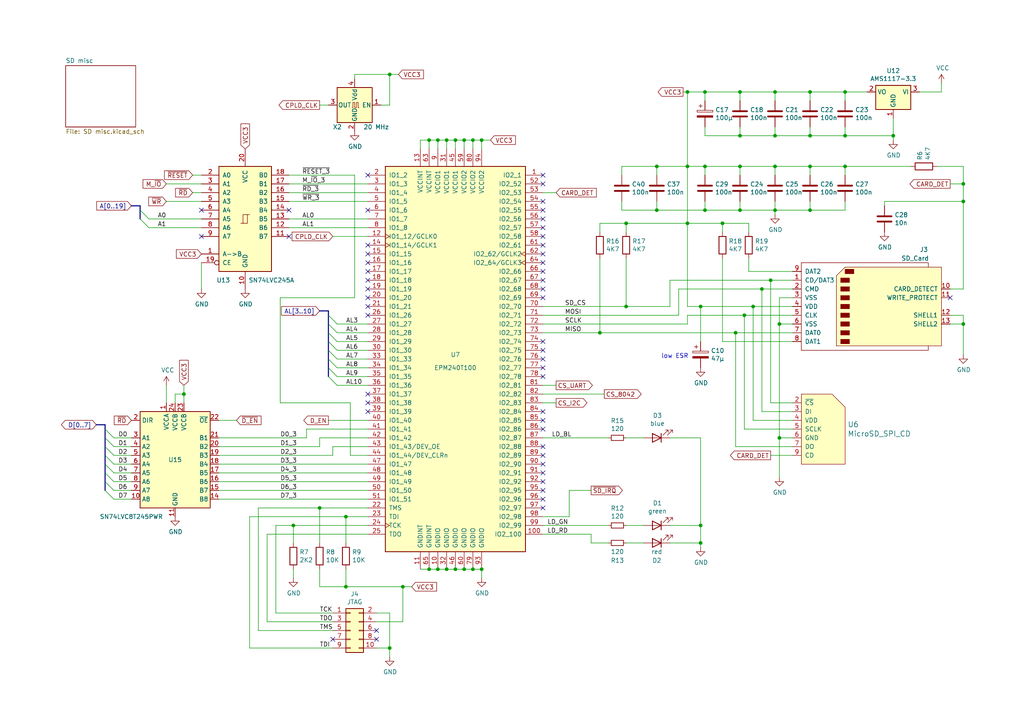
<source format=kicad_sch>
(kicad_sch (version 20230121) (generator eeschema)
  (paper "A4")
  (title_block (title "Mini8086 I/O board") (date "2020-11-05") (rev "1.2"))
  (junction (at 113.03 21.59))
  (junction (at 234.95 60.96))
  (junction (at 137.16 40.64))
  (junction (at 100.33 149.86))
  (junction (at 279.4 93.98))
  (junction (at 203.2 88.9))
  (junction (at 224.79 39.37))
  (junction (at 224.79 60.96))
  (junction (at 134.62 40.64))
  (junction (at 259.08 39.37))
  (junction (at 190.5 48.26))
  (junction (at 53.34 114.3))
  (junction (at 214.63 39.37))
  (junction (at 199.39 48.26))
  (junction (at 204.47 60.96))
  (junction (at 203.2 157.48))
  (junction (at 214.63 48.26))
  (junction (at 137.16 165.1))
  (junction (at 279.4 58.42))
  (junction (at 245.11 48.26))
  (junction (at 220.98 83.82))
  (junction (at 92.71 147.32))
  (junction (at 214.63 26.67))
  (junction (at 139.7 40.64))
  (junction (at 132.08 40.64))
  (junction (at 129.54 165.1))
  (junction (at 127 40.64))
  (junction (at 226.06 93.98))
  (junction (at 204.47 48.26))
  (junction (at 215.9 91.44))
  (junction (at 124.46 165.1))
  (junction (at 127 165.1))
  (junction (at 204.47 26.67))
  (junction (at 226.06 127))
  (junction (at 209.55 64.77))
  (junction (at 139.7 165.1))
  (junction (at 199.39 26.67))
  (junction (at 214.63 60.96))
  (junction (at 224.79 48.26))
  (junction (at 234.95 48.26))
  (junction (at 173.99 96.52))
  (junction (at 132.08 165.1))
  (junction (at 181.61 64.77))
  (junction (at 245.11 39.37))
  (junction (at 190.5 60.96))
  (junction (at 181.61 88.9))
  (junction (at 279.4 53.34))
  (junction (at 213.36 96.52))
  (junction (at 116.84 170.18))
  (junction (at 100.33 170.18))
  (junction (at 245.11 26.67))
  (junction (at 218.44 88.9))
  (junction (at 85.09 152.4))
  (junction (at 199.39 64.77))
  (junction (at 234.95 26.67))
  (junction (at 113.03 187.96))
  (junction (at 224.79 26.67))
  (junction (at 223.52 81.28))
  (junction (at 124.46 40.64))
  (junction (at 129.54 40.64))
  (junction (at 234.95 39.37))
  (junction (at 203.2 152.4))
  (junction (at 134.62 165.1))
  (no_connect (at 157.48 86.36))
  (no_connect (at 157.48 68.58))
  (no_connect (at 157.48 101.6))
  (no_connect (at 157.48 142.24))
  (no_connect (at 83.82 68.58))
  (no_connect (at 157.48 81.28))
  (no_connect (at 106.68 86.36))
  (no_connect (at 106.68 88.9))
  (no_connect (at 106.68 91.44))
  (no_connect (at 109.22 185.42))
  (no_connect (at 106.68 73.66))
  (no_connect (at 157.48 58.42))
  (no_connect (at 157.48 71.12))
  (no_connect (at 157.48 144.78))
  (no_connect (at 157.48 76.2))
  (no_connect (at 157.48 78.74))
  (no_connect (at 96.52 185.42))
  (no_connect (at 106.68 116.84))
  (no_connect (at 275.59 86.36))
  (no_connect (at 157.48 53.34))
  (no_connect (at 157.48 139.7))
  (no_connect (at 157.48 50.8))
  (no_connect (at 106.68 78.74))
  (no_connect (at 157.48 83.82))
  (no_connect (at 157.48 73.66))
  (no_connect (at 157.48 124.46))
  (no_connect (at 157.48 134.62))
  (no_connect (at 58.42 68.58))
  (no_connect (at 157.48 147.32))
  (no_connect (at 157.48 109.22))
  (no_connect (at 106.68 50.8))
  (no_connect (at 106.68 76.2))
  (no_connect (at 157.48 60.96))
  (no_connect (at 157.48 106.68))
  (no_connect (at 109.22 182.88))
  (no_connect (at 157.48 129.54))
  (no_connect (at 157.48 137.16))
  (no_connect (at 157.48 104.14))
  (no_connect (at 157.48 66.04))
  (no_connect (at 157.48 99.06))
  (no_connect (at 83.82 60.96))
  (no_connect (at 106.68 60.96))
  (no_connect (at 106.68 114.3))
  (no_connect (at 58.42 60.96))
  (no_connect (at 106.68 119.38))
  (no_connect (at 106.68 83.82))
  (no_connect (at 157.48 63.5))
  (no_connect (at 157.48 121.92))
  (no_connect (at 157.48 132.08))
  (no_connect (at 157.48 119.38))
  (no_connect (at 106.68 71.12))
  (no_connect (at 106.68 81.28))
  (bus_entry (at 33.02 134.62) (size -2.54 -2.54))
  (bus_entry (at 97.79 104.14) (size -2.54 -2.54))
  (bus_entry (at 33.02 129.54) (size -2.54 -2.54))
  (bus_entry (at 97.79 96.52) (size -2.54 -2.54))
  (bus_entry (at 33.02 132.08) (size -2.54 -2.54))
  (bus_entry (at 97.79 106.68) (size -2.54 -2.54))
  (bus_entry (at 43.18 66.04) (size -2.54 -2.54))
  (bus_entry (at 97.79 111.76) (size -2.54 -2.54))
  (bus_entry (at 97.79 93.98) (size -2.54 -2.54))
  (bus_entry (at 33.02 139.7) (size -2.54 -2.54))
  (bus_entry (at 33.02 127) (size -2.54 -2.54))
  (bus_entry (at 43.18 63.5) (size -2.54 -2.54))
  (bus_entry (at 97.79 101.6) (size -2.54 -2.54))
  (bus_entry (at 33.02 144.78) (size -2.54 -2.54))
  (bus_entry (at 33.02 142.24) (size -2.54 -2.54))
  (bus_entry (at 97.79 99.06) (size -2.54 -2.54))
  (bus_entry (at 33.02 137.16) (size -2.54 -2.54))
  (bus_entry (at 97.79 109.22) (size -2.54 -2.54))
  (wire (pts (xy 106.68 93.98) (xy 97.79 93.98)))
  (wire (pts (xy 215.9 124.46) (xy 215.9 91.44)))
  (wire (pts (xy 245.11 50.8) (xy 245.11 48.26)))
  (wire (pts (xy 74.93 147.32) (xy 92.71 147.32)))
  (wire (pts (xy 224.79 39.37) (xy 234.95 39.37)))
  (wire (pts (xy 194.31 127) (xy 203.2 127)))
  (wire (pts (xy 264.16 48.26) (xy 245.11 48.26)))
  (wire (pts (xy 204.47 26.67) (xy 214.63 26.67)))
  (wire (pts (xy 279.4 83.82) (xy 279.4 58.42)))
  (wire (pts (xy 113.03 21.59) (xy 102.87 21.59)))
  (wire (pts (xy 220.98 83.82) (xy 229.87 83.82)))
  (wire (pts (xy 96.52 129.54) (xy 106.68 129.54)))
  (wire (pts (xy 33.02 134.62) (xy 38.1 134.62)))
  (wire (pts (xy 97.79 106.68) (xy 106.68 106.68)))
  (wire (pts (xy 48.26 116.84) (xy 48.26 111.76)))
  (wire (pts (xy 196.85 83.82) (xy 196.85 91.44)))
  (wire (pts (xy 80.01 152.4) (xy 80.01 177.8)))
  (wire (pts (xy 223.52 81.28) (xy 194.31 81.28)))
  (wire (pts (xy 275.59 91.44) (xy 279.4 91.44)))
  (wire (pts (xy 199.39 91.44) (xy 199.39 93.98)))
  (wire (pts (xy 256.54 59.69) (xy 256.54 58.42)))
  (wire (pts (xy 92.71 170.18) (xy 92.71 165.1)))
  (wire (pts (xy 92.71 147.32) (xy 106.68 147.32)))
  (wire (pts (xy 132.08 43.18) (xy 132.08 40.64)))
  (wire (pts (xy 214.63 60.96) (xy 224.79 60.96)))
  (wire (pts (xy 106.68 63.5) (xy 83.82 63.5)))
  (wire (pts (xy 226.06 86.36) (xy 226.06 93.98)))
  (wire (pts (xy 214.63 36.83) (xy 214.63 39.37)))
  (wire (pts (xy 173.99 96.52) (xy 213.36 96.52)))
  (wire (pts (xy 224.79 60.96) (xy 234.95 60.96)))
  (wire (pts (xy 180.34 48.26) (xy 190.5 48.26)))
  (wire (pts (xy 213.36 96.52) (xy 229.87 96.52)))
  (wire (pts (xy 234.95 60.96) (xy 245.11 60.96)))
  (wire (pts (xy 279.4 48.26) (xy 271.78 48.26)))
  (wire (pts (xy 217.17 78.74) (xy 217.17 74.93)))
  (wire (pts (xy 127 40.64) (xy 129.54 40.64)))
  (bus (pts (xy 30.48 132.08) (xy 30.48 134.62)))
  (wire (pts (xy 63.5 127) (xy 88.9 127)))
  (wire (pts (xy 95.25 30.48) (xy 92.71 30.48)))
  (bus (pts (xy 30.48 124.46) (xy 30.48 127)))
  (wire (pts (xy 224.79 36.83) (xy 224.79 39.37)))
  (wire (pts (xy 157.48 116.84) (xy 161.29 116.84)))
  (bus (pts (xy 95.25 99.06) (xy 95.25 101.6)))
  (wire (pts (xy 92.71 127) (xy 106.68 127)))
  (wire (pts (xy 106.68 53.34) (xy 83.82 53.34)))
  (bus (pts (xy 30.48 123.19) (xy 30.48 124.46)))
  (wire (pts (xy 100.33 170.18) (xy 116.84 170.18)))
  (wire (pts (xy 113.03 187.96) (xy 113.03 190.5)))
  (wire (pts (xy 137.16 43.18) (xy 137.16 40.64)))
  (wire (pts (xy 96.52 182.88) (xy 74.93 182.88)))
  (wire (pts (xy 229.87 86.36) (xy 226.06 86.36)))
  (wire (pts (xy 234.95 29.21) (xy 234.95 26.67)))
  (wire (pts (xy 124.46 165.1) (xy 121.92 165.1)))
  (wire (pts (xy 199.39 48.26) (xy 199.39 64.77)))
  (wire (pts (xy 229.87 119.38) (xy 220.98 119.38)))
  (wire (pts (xy 279.4 58.42) (xy 279.4 53.34)))
  (wire (pts (xy 106.68 68.58) (xy 96.52 68.58)))
  (wire (pts (xy 173.99 74.93) (xy 173.99 96.52)))
  (wire (pts (xy 115.57 21.59) (xy 113.03 21.59)))
  (wire (pts (xy 97.79 109.22) (xy 106.68 109.22)))
  (wire (pts (xy 220.98 119.38) (xy 220.98 83.82)))
  (wire (pts (xy 279.4 53.34) (xy 279.4 48.26)))
  (wire (pts (xy 100.33 149.86) (xy 106.68 149.86)))
  (wire (pts (xy 77.47 154.94) (xy 106.68 154.94)))
  (wire (pts (xy 234.95 26.67) (xy 245.11 26.67)))
  (wire (pts (xy 181.61 67.31) (xy 181.61 64.77)))
  (wire (pts (xy 226.06 127) (xy 226.06 138.43)))
  (wire (pts (xy 229.87 127) (xy 226.06 127)))
  (wire (pts (xy 43.18 66.04) (xy 58.42 66.04)))
  (wire (pts (xy 33.02 144.78) (xy 38.1 144.78)))
  (wire (pts (xy 53.34 114.3) (xy 53.34 116.84)))
  (wire (pts (xy 275.59 53.34) (xy 279.4 53.34)))
  (wire (pts (xy 229.87 132.08) (xy 223.52 132.08)))
  (wire (pts (xy 72.39 149.86) (xy 100.33 149.86)))
  (bus (pts (xy 30.48 137.16) (xy 30.48 139.7)))
  (wire (pts (xy 134.62 43.18) (xy 134.62 40.64)))
  (wire (pts (xy 58.42 76.2) (xy 58.42 83.82)))
  (wire (pts (xy 173.99 67.31) (xy 173.99 64.77)))
  (wire (pts (xy 204.47 60.96) (xy 204.47 58.42)))
  (wire (pts (xy 165.1 142.24) (xy 171.45 142.24)))
  (wire (pts (xy 113.03 177.8) (xy 113.03 187.96)))
  (wire (pts (xy 204.47 29.21) (xy 204.47 26.67)))
  (wire (pts (xy 224.79 60.96) (xy 224.79 58.42)))
  (wire (pts (xy 119.38 170.18) (xy 116.84 170.18)))
  (wire (pts (xy 234.95 48.26) (xy 245.11 48.26)))
  (wire (pts (xy 106.68 96.52) (xy 97.79 96.52)))
  (wire (pts (xy 83.82 66.04) (xy 106.68 66.04)))
  (wire (pts (xy 220.98 83.82) (xy 196.85 83.82)))
  (wire (pts (xy 81.28 116.84) (xy 101.6 116.84)))
  (wire (pts (xy 203.2 99.06) (xy 203.2 88.9)))
  (wire (pts (xy 63.5 137.16) (xy 106.68 137.16)))
  (wire (pts (xy 106.68 144.78) (xy 63.5 144.78)))
  (wire (pts (xy 142.24 40.64) (xy 139.7 40.64)))
  (wire (pts (xy 229.87 124.46) (xy 215.9 124.46)))
  (wire (pts (xy 199.39 91.44) (xy 215.9 91.44)))
  (wire (pts (xy 85.09 152.4) (xy 80.01 152.4)))
  (wire (pts (xy 33.02 142.24) (xy 38.1 142.24)))
  (bus (pts (xy 95.25 104.14) (xy 95.25 106.68)))
  (wire (pts (xy 102.87 21.59) (xy 102.87 22.86)))
  (wire (pts (xy 259.08 39.37) (xy 259.08 40.64)))
  (wire (pts (xy 204.47 60.96) (xy 214.63 60.96)))
  (wire (pts (xy 72.39 187.96) (xy 72.39 149.86)))
  (wire (pts (xy 96.52 180.34) (xy 77.47 180.34)))
  (wire (pts (xy 234.95 36.83) (xy 234.95 39.37)))
  (wire (pts (xy 97.79 111.76) (xy 106.68 111.76)))
  (wire (pts (xy 199.39 26.67) (xy 204.47 26.67)))
  (wire (pts (xy 214.63 48.26) (xy 224.79 48.26)))
  (wire (pts (xy 113.03 30.48) (xy 113.03 21.59)))
  (wire (pts (xy 127 165.1) (xy 124.46 165.1)))
  (wire (pts (xy 229.87 116.84) (xy 223.52 116.84)))
  (bus (pts (xy 30.48 127) (xy 30.48 129.54)))
  (wire (pts (xy 273.05 26.67) (xy 273.05 24.13)))
  (wire (pts (xy 204.47 39.37) (xy 214.63 39.37)))
  (wire (pts (xy 33.02 132.08) (xy 38.1 132.08)))
  (bus (pts (xy 40.64 59.69) (xy 40.64 60.96)))
  (bus (pts (xy 95.25 90.17) (xy 95.25 91.44)))
  (wire (pts (xy 173.99 64.77) (xy 181.61 64.77)))
  (bus (pts (xy 30.48 123.19) (xy 27.94 123.19)))
  (bus (pts (xy 95.25 90.17) (xy 92.71 90.17)))
  (wire (pts (xy 92.71 129.54) (xy 92.71 127)))
  (wire (pts (xy 106.68 152.4) (xy 85.09 152.4)))
  (bus (pts (xy 38.1 59.69) (xy 40.64 59.69)))
  (wire (pts (xy 181.61 88.9) (xy 194.31 88.9)))
  (wire (pts (xy 218.44 121.92) (xy 218.44 88.9)))
  (wire (pts (xy 124.46 43.18) (xy 124.46 40.64)))
  (wire (pts (xy 137.16 165.1) (xy 139.7 165.1)))
  (wire (pts (xy 181.61 127) (xy 186.69 127)))
  (wire (pts (xy 58.42 58.42) (xy 48.26 58.42)))
  (wire (pts (xy 116.84 180.34) (xy 116.84 170.18)))
  (wire (pts (xy 85.09 165.1) (xy 85.09 167.64)))
  (bus (pts (xy 95.25 106.68) (xy 95.25 109.22)))
  (wire (pts (xy 199.39 48.26) (xy 204.47 48.26)))
  (bus (pts (xy 95.25 96.52) (xy 95.25 99.06)))
  (wire (pts (xy 157.48 111.76) (xy 161.29 111.76)))
  (wire (pts (xy 157.48 96.52) (xy 173.99 96.52)))
  (wire (pts (xy 204.47 36.83) (xy 204.47 39.37)))
  (wire (pts (xy 171.45 154.94) (xy 171.45 157.48)))
  (wire (pts (xy 215.9 91.44) (xy 229.87 91.44)))
  (wire (pts (xy 234.95 50.8) (xy 234.95 48.26)))
  (wire (pts (xy 171.45 157.48) (xy 176.53 157.48)))
  (wire (pts (xy 97.79 104.14) (xy 106.68 104.14)))
  (wire (pts (xy 229.87 129.54) (xy 213.36 129.54)))
  (wire (pts (xy 100.33 157.48) (xy 100.33 149.86)))
  (wire (pts (xy 102.87 50.8) (xy 102.87 86.36)))
  (wire (pts (xy 199.39 88.9) (xy 203.2 88.9)))
  (wire (pts (xy 81.28 86.36) (xy 81.28 116.84)))
  (wire (pts (xy 121.92 43.18) (xy 121.92 40.64)))
  (wire (pts (xy 63.5 121.92) (xy 68.58 121.92)))
  (wire (pts (xy 234.95 60.96) (xy 234.95 58.42)))
  (wire (pts (xy 229.87 99.06) (xy 209.55 99.06)))
  (wire (pts (xy 137.16 40.64) (xy 139.7 40.64)))
  (wire (pts (xy 83.82 58.42) (xy 106.68 58.42)))
  (wire (pts (xy 224.79 48.26) (xy 234.95 48.26)))
  (wire (pts (xy 209.55 99.06) (xy 209.55 74.93)))
  (wire (pts (xy 180.34 50.8) (xy 180.34 48.26)))
  (wire (pts (xy 63.5 139.7) (xy 106.68 139.7)))
  (wire (pts (xy 199.39 26.67) (xy 198.12 26.67)))
  (wire (pts (xy 266.7 26.67) (xy 273.05 26.67)))
  (wire (pts (xy 218.44 88.9) (xy 229.87 88.9)))
  (wire (pts (xy 77.47 180.34) (xy 77.47 154.94)))
  (wire (pts (xy 256.54 58.42) (xy 279.4 58.42)))
  (wire (pts (xy 229.87 93.98) (xy 226.06 93.98)))
  (wire (pts (xy 157.48 114.3) (xy 175.26 114.3)))
  (wire (pts (xy 63.5 142.24) (xy 106.68 142.24)))
  (wire (pts (xy 181.61 64.77) (xy 199.39 64.77)))
  (wire (pts (xy 109.22 177.8) (xy 113.03 177.8)))
  (wire (pts (xy 58.42 50.8) (xy 55.88 50.8)))
  (bus (pts (xy 40.64 60.96) (xy 40.64 63.5)))
  (wire (pts (xy 204.47 50.8) (xy 204.47 48.26)))
  (wire (pts (xy 124.46 40.64) (xy 127 40.64)))
  (wire (pts (xy 224.79 29.21) (xy 224.79 26.67)))
  (wire (pts (xy 181.61 157.48) (xy 186.69 157.48)))
  (wire (pts (xy 83.82 55.88) (xy 106.68 55.88)))
  (wire (pts (xy 190.5 58.42) (xy 190.5 60.96)))
  (wire (pts (xy 226.06 93.98) (xy 226.06 127)))
  (wire (pts (xy 53.34 114.3) (xy 53.34 111.76)))
  (wire (pts (xy 213.36 129.54) (xy 213.36 96.52)))
  (wire (pts (xy 245.11 60.96) (xy 245.11 58.42)))
  (wire (pts (xy 100.33 170.18) (xy 100.33 165.1)))
  (wire (pts (xy 209.55 64.77) (xy 217.17 64.77)))
  (wire (pts (xy 157.48 127) (xy 176.53 127)))
  (wire (pts (xy 245.11 36.83) (xy 245.11 39.37)))
  (wire (pts (xy 217.17 64.77) (xy 217.17 67.31)))
  (wire (pts (xy 181.61 152.4) (xy 186.69 152.4)))
  (wire (pts (xy 88.9 127) (xy 88.9 124.46)))
  (wire (pts (xy 190.5 60.96) (xy 180.34 60.96)))
  (wire (pts (xy 58.42 53.34) (xy 48.26 53.34)))
  (wire (pts (xy 83.82 50.8) (xy 102.87 50.8)))
  (wire (pts (xy 96.52 187.96) (xy 72.39 187.96)))
  (bus (pts (xy 95.25 101.6) (xy 95.25 104.14)))
  (wire (pts (xy 157.48 149.86) (xy 165.1 149.86)))
  (wire (pts (xy 224.79 60.96) (xy 224.79 62.23)))
  (bus (pts (xy 30.48 134.62) (xy 30.48 137.16)))
  (wire (pts (xy 214.63 48.26) (xy 214.63 50.8)))
  (wire (pts (xy 190.5 48.26) (xy 190.5 50.8)))
  (wire (pts (xy 97.79 99.06) (xy 106.68 99.06)))
  (wire (pts (xy 157.48 91.44) (xy 196.85 91.44)))
  (wire (pts (xy 214.63 29.21) (xy 214.63 26.67)))
  (wire (pts (xy 224.79 26.67) (xy 234.95 26.67)))
  (wire (pts (xy 63.5 129.54) (xy 92.71 129.54)))
  (wire (pts (xy 229.87 81.28) (xy 223.52 81.28)))
  (wire (pts (xy 199.39 48.26) (xy 190.5 48.26)))
  (wire (pts (xy 134.62 40.64) (xy 137.16 40.64)))
  (wire (pts (xy 33.02 137.16) (xy 38.1 137.16)))
  (wire (pts (xy 165.1 149.86) (xy 165.1 142.24)))
  (wire (pts (xy 50.8 114.3) (xy 53.34 114.3)))
  (wire (pts (xy 204.47 48.26) (xy 214.63 48.26)))
  (wire (pts (xy 181.61 74.93) (xy 181.61 88.9)))
  (wire (pts (xy 275.59 93.98) (xy 279.4 93.98)))
  (wire (pts (xy 214.63 39.37) (xy 224.79 39.37)))
  (wire (pts (xy 139.7 40.64) (xy 139.7 43.18)))
  (wire (pts (xy 203.2 127) (xy 203.2 152.4)))
  (wire (pts (xy 97.79 101.6) (xy 106.68 101.6)))
  (bus (pts (xy 95.25 93.98) (xy 95.25 96.52)))
  (wire (pts (xy 58.42 55.88) (xy 55.88 55.88)))
  (wire (pts (xy 129.54 40.64) (xy 132.08 40.64)))
  (wire (pts (xy 109.22 180.34) (xy 116.84 180.34)))
  (wire (pts (xy 129.54 43.18) (xy 129.54 40.64)))
  (wire (pts (xy 223.52 116.84) (xy 223.52 81.28)))
  (wire (pts (xy 43.18 63.5) (xy 58.42 63.5)))
  (wire (pts (xy 157.48 88.9) (xy 181.61 88.9)))
  (wire (pts (xy 101.6 132.08) (xy 101.6 116.84)))
  (wire (pts (xy 275.59 83.82) (xy 279.4 83.82)))
  (wire (pts (xy 157.48 152.4) (xy 176.53 152.4)))
  (wire (pts (xy 279.4 91.44) (xy 279.4 93.98)))
  (wire (pts (xy 224.79 48.26) (xy 224.79 50.8)))
  (wire (pts (xy 96.52 132.08) (xy 96.52 129.54)))
  (wire (pts (xy 199.39 64.77) (xy 199.39 88.9)))
  (wire (pts (xy 137.16 165.1) (xy 134.62 165.1)))
  (wire (pts (xy 106.68 121.92) (xy 95.25 121.92)))
  (wire (pts (xy 259.08 34.29) (xy 259.08 39.37)))
  (wire (pts (xy 157.48 93.98) (xy 199.39 93.98)))
  (wire (pts (xy 102.87 86.36) (xy 81.28 86.36)))
  (wire (pts (xy 33.02 139.7) (xy 38.1 139.7)))
  (wire (pts (xy 101.6 132.08) (xy 106.68 132.08)))
  (wire (pts (xy 139.7 165.1) (xy 139.7 167.64)))
  (wire (pts (xy 199.39 26.67) (xy 199.39 48.26)))
  (wire (pts (xy 38.1 127) (xy 33.02 127)))
  (wire (pts (xy 110.49 30.48) (xy 113.03 30.48)))
  (wire (pts (xy 194.31 152.4) (xy 203.2 152.4)))
  (wire (pts (xy 129.54 165.1) (xy 127 165.1)))
  (wire (pts (xy 234.95 39.37) (xy 245.11 39.37)))
  (wire (pts (xy 63.5 132.08) (xy 96.52 132.08)))
  (wire (pts (xy 33.02 129.54) (xy 38.1 129.54)))
  (wire (pts (xy 92.71 170.18) (xy 100.33 170.18)))
  (wire (pts (xy 229.87 121.92) (xy 218.44 121.92)))
  (wire (pts (xy 190.5 60.96) (xy 204.47 60.96)))
  (wire (pts (xy 214.63 58.42) (xy 214.63 60.96)))
  (wire (pts (xy 132.08 40.64) (xy 134.62 40.64)))
  (wire (pts (xy 245.11 26.67) (xy 251.46 26.67)))
  (wire (pts (xy 121.92 40.64) (xy 124.46 40.64)))
  (wire (pts (xy 180.34 60.96) (xy 180.34 58.42)))
  (wire (pts (xy 199.39 64.77) (xy 209.55 64.77)))
  (wire (pts (xy 88.9 124.46) (xy 106.68 124.46)))
  (wire (pts (xy 134.62 165.1) (xy 132.08 165.1)))
  (wire (pts (xy 74.93 182.88) (xy 74.93 147.32)))
  (wire (pts (xy 161.29 55.88) (xy 157.48 55.88)))
  (wire (pts (xy 194.31 157.48) (xy 203.2 157.48)))
  (wire (pts (xy 85.09 157.48) (xy 85.09 152.4)))
  (wire (pts (xy 50.8 116.84) (xy 50.8 114.3)))
  (wire (pts (xy 245.11 26.67) (xy 245.11 29.21)))
  (wire (pts (xy 63.5 134.62) (xy 106.68 134.62)))
  (wire (pts (xy 203.2 152.4) (xy 203.2 157.48)))
  (wire (pts (xy 203.2 88.9) (xy 218.44 88.9)))
  (wire (pts (xy 92.71 157.48) (xy 92.71 147.32)))
  (wire (pts (xy 157.48 154.94) (xy 171.45 154.94)))
  (bus (pts (xy 30.48 129.54) (xy 30.48 132.08)))
  (wire (pts (xy 279.4 93.98) (xy 279.4 102.87)))
  (bus (pts (xy 30.48 139.7) (xy 30.48 142.24)))
  (wire (pts (xy 109.22 187.96) (xy 113.03 187.96)))
  (bus (pts (xy 95.25 91.44) (xy 95.25 93.98)))
  (wire (pts (xy 132.08 165.1) (xy 129.54 165.1)))
  (wire (pts (xy 80.01 177.8) (xy 96.52 177.8)))
  (wire (pts (xy 203.2 157.48) (xy 203.2 158.75)))
  (wire (pts (xy 229.87 78.74) (xy 217.17 78.74)))
  (wire (pts (xy 245.11 39.37) (xy 259.08 39.37)))
  (wire (pts (xy 209.55 64.77) (xy 209.55 67.31)))
  (wire (pts (xy 194.31 81.28) (xy 194.31 88.9)))
  (wire (pts (xy 127 43.18) (xy 127 40.64)))
  (wire (pts (xy 224.79 26.67) (xy 214.63 26.67)))
  (text "low ESR" (at 191.77 104.14 0) (effects (font (size 1.27 1.27)) (justify left bottom)))
  (label "D3_3" (at 81.28 134.62 0))
  (label "AL7" (at 100.33 104.14 0))
  (label "D1" (at 34.29 129.54 0))
  (label "AL8" (at 100.33 106.68 0))
  (label "LD_BL" (at 160.02 127 0))
  (label "TDO" (at 92.71 180.34 0))
  (label "A1" (at 45.72 66.04 0))
  (label "D2" (at 34.29 132.08 0))
  (label "D6" (at 34.29 142.24 0))
  (label "D7_3" (at 81.28 144.78 0))
  (label "SD_CS" (at 163.83 88.9 0))
  (label "AL9" (at 100.33 109.22 0))
  (label "AL5" (at 100.33 99.06 0))
  (label "~{RD_3}" (at 87.63 55.88 0))
  (label "D4_3" (at 81.28 137.16 0))
  (label "AL1" (at 87.63 66.04 0))
  (label "A0" (at 45.72 63.5 0))
  (label "D0" (at 34.29 127 0))
  (label "AL4" (at 100.33 96.52 0))
  (label "MOSI" (at 163.83 91.44 0))
  (label "LD_GN" (at 158.75 152.4 0))
  (label "D4" (at 34.29 137.16 0))
  (label "D2_3" (at 81.28 132.08 0))
  (label "D6_3" (at 81.28 142.24 0))
  (label "LD_RD" (at 158.75 154.94 0))
  (label "M_~{IO}_3" (at 87.63 53.34 0))
  (label "AL10" (at 100.33 111.76 0))
  (label "AL3" (at 100.33 93.98 0))
  (label "MISO" (at 163.83 96.52 0))
  (label "D5" (at 34.29 139.7 0))
  (label "SCLK" (at 163.83 93.98 0))
  (label "D5_3" (at 81.28 139.7 0))
  (label "TMS" (at 92.71 182.88 0))
  (label "AL6" (at 100.33 101.6 0))
  (label "AL0" (at 87.63 63.5 0))
  (label "D7" (at 34.29 144.78 0))
  (label "D0_3" (at 81.28 127 0))
  (label "TCK" (at 92.71 177.8 0))
  (label "D1_3" (at 81.28 129.54 0))
  (label "TDI" (at 92.71 187.96 0))
  (label "~{WR_3}" (at 87.63 58.42 0))
  (label "~{RESET_3}" (at 87.63 50.8 0))
  (label "D3" (at 34.29 134.62 0))
  (global_label "D[0..7]" (shape bidirectional) (at 27.94 123.19 180) (property "Intersheetrefs" "${INTERSHEET_REFS}" (effects hide)))
  (global_label "CARD_DET" (shape output) (at 275.59 53.34 180) (property "Intersheetrefs" "${INTERSHEET_REFS}" (effects hide)))
  (global_label "CS_8042" (shape output) (at 175.26 114.3 0) (property "Intersheetrefs" "${INTERSHEET_REFS}" (effects hide)))
  (global_label "VCC3" (shape output) (at 198.12 26.67 180) (property "Intersheetrefs" "${INTERSHEET_REFS}" (effects hide)))
  (global_label "VCC3" (shape input) (at 119.38 170.18 0) (property "Intersheetrefs" "${INTERSHEET_REFS}" (effects hide)))
  (global_label "CPLD_CLK" (shape input) (at 96.52 68.58 180) (property "Intersheetrefs" "${INTERSHEET_REFS}" (effects hide)))
  (global_label "~{RD}" (shape input) (at 55.88 55.88 180) (property "Intersheetrefs" "${INTERSHEET_REFS}" (effects hide)))
  (global_label "CARD_DET" (shape output) (at 223.52 132.08 180) (property "Intersheetrefs" "${INTERSHEET_REFS}" (effects hide)))
  (global_label "VCC3" (shape input) (at 58.42 73.66 180) (property "Intersheetrefs" "${INTERSHEET_REFS}" (effects hide)))
  (global_label "~{RESET}" (shape input) (at 55.88 50.8 180) (property "Intersheetrefs" "${INTERSHEET_REFS}" (effects hide)))
  (global_label "~{WR}" (shape input) (at 48.26 58.42 180) (property "Intersheetrefs" "${INTERSHEET_REFS}" (effects hide)))
  (global_label "A[0..19]" (shape input) (at 38.1 59.69 180) (property "Intersheetrefs" "${INTERSHEET_REFS}" (effects hide)))
  (global_label "CS_I2C" (shape output) (at 161.29 116.84 0) (property "Intersheetrefs" "${INTERSHEET_REFS}" (effects hide)))
  (global_label "D_EN" (shape output) (at 95.25 121.92 180) (property "Intersheetrefs" "${INTERSHEET_REFS}" (effects hide)))
  (global_label "AL[3..10]" (shape input) (at 92.71 90.17 180) (property "Intersheetrefs" "${INTERSHEET_REFS}" (effects hide)))
  (global_label "~{RD}" (shape input) (at 38.1 121.92 180) (property "Intersheetrefs" "${INTERSHEET_REFS}" (effects hide)))
  (global_label "CPLD_CLK" (shape output) (at 92.71 30.48 180) (property "Intersheetrefs" "${INTERSHEET_REFS}" (effects hide)))
  (global_label "VCC3" (shape input) (at 71.12 43.18 90) (property "Intersheetrefs" "${INTERSHEET_REFS}" (effects hide)))
  (global_label "M_~{IO}" (shape input) (at 48.26 53.34 180) (property "Intersheetrefs" "${INTERSHEET_REFS}" (effects hide)))
  (global_label "CS_UART" (shape output) (at 161.29 111.76 0) (property "Intersheetrefs" "${INTERSHEET_REFS}" (effects hide)))
  (global_label "~{SD_IRQ}" (shape output) (at 171.45 142.24 0) (property "Intersheetrefs" "${INTERSHEET_REFS}" (effects hide)))
  (global_label "~{D_EN}" (shape input) (at 68.58 121.92 0) (property "Intersheetrefs" "${INTERSHEET_REFS}" (effects hide)))
  (global_label "VCC3" (shape input) (at 142.24 40.64 0) (property "Intersheetrefs" "${INTERSHEET_REFS}" (effects hide)))
  (global_label "VCC3" (shape input) (at 115.57 21.59 0) (property "Intersheetrefs" "${INTERSHEET_REFS}" (effects hide)))
  (global_label "VCC3" (shape input) (at 53.34 111.76 90) (property "Intersheetrefs" "${INTERSHEET_REFS}" (effects hide)))
  (global_label "CARD_DET" (shape input) (at 161.29 55.88 0) (property "Intersheetrefs" "${INTERSHEET_REFS}" (effects hide)))
  (symbol (lib_id "Connector:SD_Card") (at 252.73 88.9 0) (unit 1)
    (property "Reference" "J3" (at 267.97 72.39 0))
    (property "Value" "SD_Card" (at 265.43 74.93 0))
    (property "Footprint" "Connector_Card:SD_TE_2041021" (effects hide))
    (property "Datasheet" "http://portal.fciconnect.com/Comergent//fci/drawing/10067847.pdf" (effects hide))
  )
  (symbol (lib_id "power:GND") (at 139.7 167.64 0) (unit 1)
    (property "Reference" "#PWR042" (effects hide))
    (property "Value" "GND" (at 139.827 172.0342 0))
  )
  (symbol (lib_id "Regulator_Linear:AMS1117-3.3") (at 259.08 26.67 0) (mirror y) (unit 1)
    (property "Reference" "U12" (at 259.08 20.5232 0))
    (property "Value" "AMS1117-3.3" (at 259.08 22.8346 0))
    (property "Footprint" "Package_TO_SOT_SMD:SOT-223-3_TabPin2" (effects hide))
    (property "Datasheet" "http://www.advanced-monolithic.com/pdf/ds1117.pdf" (effects hide))
  )
  (symbol (lib_id "power:GND") (at 259.08 40.64 0) (unit 1)
    (property "Reference" "#PWR051" (effects hide))
    (property "Value" "GND" (at 259.207 45.0342 0))
  )
  (symbol (lib_id "power:VCC") (at 273.05 24.13 0) (unit 1)
    (property "Reference" "#PWR054" (effects hide))
    (property "Value" "VCC" (at 273.431 19.7358 0))
  )
  (symbol (lib_id "Device:C") (at 214.63 33.02 0) (unit 1)
    (property "Reference" "C18" (at 217.551 31.8516 0) (effects (justify left)))
    (property "Value" "100n" (at 217.551 34.163 0) (effects (justify left)))
    (property "Footprint" "Capacitor_SMD:C_1206_3216Metric" (effects hide))
  )
  (symbol (lib_id "io_board-rescue:CP-Device") (at 204.47 33.02 0) (unit 1)
    (property "Reference" "C17" (at 207.4672 31.8516 0) (effects (justify left)))
    (property "Value" "100µ" (at 207.4672 34.163 0) (effects (justify left)))
    (property "Footprint" "Capacitor_SMD:CP_Elec_5x5.4" (effects hide))
  )
  (symbol (lib_id "power:GND") (at 226.06 138.43 0) (unit 1)
    (property "Reference" "#PWR049" (effects hide))
    (property "Value" "GND" (at 226.187 142.8242 0))
  )
  (symbol (lib_id "power:GND") (at 279.4 102.87 0) (unit 1)
    (property "Reference" "#PWR056" (effects hide))
    (property "Value" "GND" (at 279.527 107.2642 0))
  )
  (symbol (lib_id "Device:C") (at 224.79 33.02 0) (unit 1)
    (property "Reference" "C21" (at 227.711 31.8516 0) (effects (justify left)))
    (property "Value" "100n" (at 227.711 34.163 0) (effects (justify left)))
    (property "Footprint" "Capacitor_SMD:C_0805_2012Metric" (effects hide))
  )
  (symbol (lib_id "Device:C") (at 234.95 33.02 0) (unit 1)
    (property "Reference" "C22" (at 237.871 31.8516 0) (effects (justify left)))
    (property "Value" "100n" (at 237.871 34.163 0) (effects (justify left)))
    (property "Footprint" "Capacitor_SMD:C_1206_3216Metric" (effects hide))
  )
  (symbol (lib_id "Device:C") (at 245.11 33.02 0) (unit 1)
    (property "Reference" "C23" (at 248.031 31.8516 0) (effects (justify left)))
    (property "Value" "100n" (at 248.031 34.163 0) (effects (justify left)))
    (property "Footprint" "Capacitor_SMD:C_0805_2012Metric" (effects hide))
  )
  (symbol (lib_id "Connector_Generic:Conn_02x05_Odd_Even") (at 101.6 182.88 0) (unit 1)
    (property "Reference" "J4" (at 102.87 172.2882 0))
    (property "Value" "JTAG" (at 102.87 174.5996 0))
    (property "Footprint" "Connector_IDC:IDC-Header_2x05_P2.54mm_Vertical" (effects hide))
  )
  (symbol (lib_id "power:GND") (at 113.03 190.5 0) (unit 1)
    (property "Reference" "#PWR0103" (effects hide))
    (property "Value" "GND" (at 113.157 194.8942 0))
  )
  (symbol (lib_id "CPLD_Altera:EPM240T100") (at 132.08 104.14 0) (unit 1)
    (property "Reference" "U7" (at 132.08 102.87 0))
    (property "Value" "EPM240T100" (at 132.08 106.68 0))
    (property "Footprint" "Package_QFP:LQFP-100_14x14mm_P0.5mm" (effects hide))
    (property "Datasheet" "https://www.altera.com/content/dam/altera-www/global/en_US/pdfs/literature/hb/max2/max2_mii5v1.pdf" (effects hide))
  )
  (symbol (lib_id "power:GND") (at 102.87 38.1 0) (unit 1)
    (property "Reference" "#PWR062" (effects hide))
    (property "Value" "GND" (at 102.997 42.4942 0))
  )
  (symbol (lib_id "Logic_LevelTranslator:SN74AVC8T245PW") (at 50.8 132.08 0) (unit 1)
    (property "Reference" "U15" (at 50.8 133.35 0))
    (property "Value" "SN74LVC8T245PWR" (at 38.1 149.86 0))
    (property "Footprint" "Package_SO:TSSOP-24_4.4x7.8mm_P0.65mm" (effects hide))
    (property "Datasheet" "https://www.ti.com/lit/ds/symlink/sn74avc8t245.pdf" (effects hide))
  )
  (symbol (lib_id "power:GND") (at 50.8 149.86 0) (unit 1)
    (property "Reference" "#PWR0101" (effects hide))
    (property "Value" "GND" (at 50.927 154.2542 0))
  )
  (symbol (lib_id "power:VCC") (at 48.26 111.76 0) (unit 1)
    (property "Reference" "#PWR0102" (effects hide))
    (property "Value" "VCC" (at 48.641 107.3658 0))
  )
  (symbol (lib_id "Device:R") (at 85.09 161.29 0) (unit 1)
    (property "Reference" "R7" (at 86.868 160.1216 0) (effects (justify left)))
    (property "Value" "2K2" (at 86.868 162.433 0) (effects (justify left)))
    (property "Footprint" "Resistor_SMD:R_1206_3216Metric" (effects hide))
  )
  (symbol (lib_id "Device:C") (at 234.95 54.61 0) (unit 1)
    (property "Reference" "C26" (at 237.871 53.4416 0) (effects (justify left)))
    (property "Value" "100n" (at 237.871 55.753 0) (effects (justify left)))
    (property "Footprint" "Capacitor_SMD:C_1206_3216Metric" (effects hide))
  )
  (symbol (lib_id "Device:C") (at 245.11 54.61 0) (unit 1)
    (property "Reference" "C27" (at 248.031 53.4416 0) (effects (justify left)))
    (property "Value" "100n" (at 248.031 55.753 0) (effects (justify left)))
    (property "Footprint" "Capacitor_SMD:C_0805_2012Metric" (effects hide))
  )
  (symbol (lib_id "Device:R") (at 92.71 161.29 0) (unit 1)
    (property "Reference" "R8" (at 94.488 160.1216 0) (effects (justify left)))
    (property "Value" "10K" (at 94.488 162.433 0) (effects (justify left)))
    (property "Footprint" "Resistor_SMD:R_1206_3216Metric" (effects hide))
  )
  (symbol (lib_id "Device:R") (at 100.33 161.29 0) (unit 1)
    (property "Reference" "R9" (at 102.108 160.1216 0) (effects (justify left)))
    (property "Value" "10K" (at 102.108 162.433 0) (effects (justify left)))
    (property "Footprint" "Resistor_SMD:R_1206_3216Metric" (effects hide))
  )
  (symbol (lib_id "power:GND") (at 85.09 167.64 0) (unit 1)
    (property "Reference" "#PWR0105" (effects hide))
    (property "Value" "GND" (at 85.217 172.0342 0))
  )
  (symbol (lib_id "74xx:74HC245") (at 71.12 63.5 0) (unit 1)
    (property "Reference" "U13" (at 64.77 81.28 0))
    (property "Value" "SN74LVC245A" (at 78.74 81.28 0))
    (property "Footprint" "Package_SO:TSSOP-20_4.4x6.5mm_P0.65mm" (effects hide))
    (property "Datasheet" "http://www.ti.com/lit/gpn/sn74HC245" (effects hide))
  )
  (symbol (lib_id "power:GND") (at 71.12 83.82 0) (unit 1)
    (property "Reference" "#PWR039" (effects hide))
    (property "Value" "GND" (at 71.247 88.2142 0))
  )
  (symbol (lib_id "power:GND") (at 58.42 83.82 0) (unit 1)
    (property "Reference" "#PWR038" (effects hide))
    (property "Value" "GND" (at 58.547 88.2142 0))
  )
  (symbol (lib_id "Device:C") (at 256.54 63.5 0) (unit 1)
    (property "Reference" "C28" (at 259.461 62.3316 0) (effects (justify left)))
    (property "Value" "10n" (at 259.461 64.643 0) (effects (justify left)))
    (property "Footprint" "Capacitor_SMD:C_1206_3216Metric" (effects hide))
  )
  (symbol (lib_id "Device:C") (at 190.5 54.61 0) (unit 1)
    (property "Reference" "C37" (at 193.421 53.4416 0) (effects (justify left)))
    (property "Value" "100n" (at 193.421 55.753 0) (effects (justify left)))
    (property "Footprint" "Capacitor_SMD:C_1206_3216Metric" (effects hide))
  )
  (symbol (lib_id "Device:C") (at 214.63 54.61 0) (unit 1)
    (property "Reference" "C24" (at 217.551 53.4416 0) (effects (justify left)))
    (property "Value" "100n" (at 217.551 55.753 0) (effects (justify left)))
    (property "Footprint" "Capacitor_SMD:C_1206_3216Metric" (effects hide))
  )
  (symbol (lib_id "Device:C") (at 224.79 54.61 0) (unit 1)
    (property "Reference" "C25" (at 227.711 53.4416 0) (effects (justify left)))
    (property "Value" "100n" (at 227.711 55.753 0) (effects (justify left)))
    (property "Footprint" "Capacitor_SMD:C_1206_3216Metric" (effects hide))
  )
  (symbol (lib_id "power:GND") (at 224.79 62.23 0) (unit 1)
    (property "Reference" "#PWR040" (effects hide))
    (property "Value" "GND" (at 224.917 66.6242 0))
  )
  (symbol (lib_id "Device:R") (at 267.97 48.26 90) (unit 1)
    (property "Reference" "R6" (at 266.8016 46.482 0) (effects (justify left)))
    (property "Value" "4K7" (at 269.113 46.482 0) (effects (justify left)))
    (property "Footprint" "Resistor_SMD:R_1206_3216Metric" (effects hide))
  )
  (symbol (lib_id "Device:C") (at 204.47 54.61 0) (unit 1)
    (property "Reference" "C29" (at 207.391 53.4416 0) (effects (justify left)))
    (property "Value" "100n" (at 207.391 55.753 0) (effects (justify left)))
    (property "Footprint" "Capacitor_SMD:C_1206_3216Metric" (effects hide))
  )
  (symbol (lib_id "Device:R_Small") (at 179.07 152.4 90) (unit 1)
    (property "Reference" "R12" (at 179.07 147.4216 90))
    (property "Value" "120" (at 179.07 149.733 90))
    (property "Footprint" "Resistor_SMD:R_1206_3216Metric" (effects hide))
  )
  (symbol (lib_id "Device:R_Small") (at 179.07 157.48 90) (unit 1)
    (property "Reference" "R13" (at 179.07 162.56 90))
    (property "Value" "120" (at 179.07 160.02 90))
    (property "Footprint" "Resistor_SMD:R_1206_3216Metric" (effects hide))
  )
  (symbol (lib_id "Device:LED") (at 190.5 152.4 180) (unit 1)
    (property "Reference" "D1" (at 190.6778 145.923 0))
    (property "Value" "green" (at 190.6778 148.2344 0))
    (property "Footprint" "LED_SMD:LED_1206_3216Metric" (effects hide))
  )
  (symbol (lib_id "Device:LED") (at 190.5 157.48 180) (unit 1)
    (property "Reference" "D2" (at 190.5 162.56 0))
    (property "Value" "red" (at 190.5 160.02 0))
    (property "Footprint" "LED_SMD:LED_1206_3216Metric" (effects hide))
  )
  (symbol (lib_id "power:GND") (at 203.2 158.75 0) (unit 1)
    (property "Reference" "#PWR060" (effects hide))
    (property "Value" "GND" (at 203.327 163.1442 0))
  )
  (symbol (lib_id "Device:C") (at 180.34 54.61 0) (unit 1)
    (property "Reference" "C40" (at 183.261 53.4416 0) (effects (justify left)))
    (property "Value" "100n" (at 183.261 55.753 0) (effects (justify left)))
    (property "Footprint" "Capacitor_SMD:C_1206_3216Metric" (effects hide))
  )
  (symbol (lib_id "Oscillator:ASV-xxxMHz") (at 102.87 30.48 0) (mirror y) (unit 1)
    (property "Reference" "X2" (at 96.52 36.83 0) (effects (justify right)))
    (property "Value" "20 MHz" (at 105.41 36.83 0) (effects (justify right)))
    (property "Footprint" "Oscillator:Oscillator_SMD_Abracon_ASV-4Pin_7.0x5.1mm" (effects hide))
    (property "Datasheet" "http://www.abracon.com/Oscillators/ASV.pdf" (effects hide))
  )
  (symbol (lib_id "io_board-rescue:CP-Device") (at 203.2 102.87 0) (unit 1)
    (property "Reference" "C10" (at 206.1972 101.7016 0) (effects (justify left)))
    (property "Value" "47µ" (at 206.1972 104.013 0) (effects (justify left)))
    (property "Footprint" "Capacitor_SMD:CP_Elec_5x5.4" (effects hide))
  )
  (symbol (lib_id "power:GND") (at 203.2 106.68 0) (unit 1)
    (property "Reference" "#PWR0107" (effects hide))
    (property "Value" "GND" (at 203.327 111.0742 0))
  )
  (symbol (lib_id "Device:R") (at 173.99 71.12 0) (unit 1)
    (property "Reference" "R16" (at 175.768 69.9516 0) (effects (justify left)))
    (property "Value" "4K7" (at 175.768 72.263 0) (effects (justify left)))
    (property "Footprint" "Resistor_SMD:R_1206_3216Metric" (effects hide))
  )
  (symbol (lib_id "Device:R") (at 181.61 71.12 0) (unit 1)
    (property "Reference" "R17" (at 183.388 69.9516 0) (effects (justify left)))
    (property "Value" "4K7" (at 183.388 72.263 0) (effects (justify left)))
    (property "Footprint" "Resistor_SMD:R_1206_3216Metric" (effects hide))
  )
  (symbol (lib_id "Device:R") (at 217.17 71.12 0) (unit 1)
    (property "Reference" "R19" (at 218.948 69.9516 0) (effects (justify left)))
    (property "Value" "4K7" (at 218.948 72.263 0) (effects (justify left)))
    (property "Footprint" "Resistor_SMD:R_1206_3216Metric" (effects hide))
  )
  (symbol (lib_id "Device:R") (at 209.55 71.12 0) (unit 1)
    (property "Reference" "R18" (at 211.328 69.9516 0) (effects (justify left)))
    (property "Value" "4K7" (at 211.328 72.263 0) (effects (justify left)))
    (property "Footprint" "Resistor_SMD:R_1206_3216Metric" (effects hide))
  )
  (symbol (lib_id "io_board-rescue:MicroSD_SPI_CD-Mini8086") (at 238.76 124.46 0) (mirror y) (unit 1)
    (property "Reference" "U6" (at 245.8212 123.1138 0) (effects (font (size 1.524 1.524)) (justify right)))
    (property "Value" "MicroSD_SPI_CD" (at 245.8212 125.8062 0) (effects (font (size 1.524 1.524)) (justify right)))
    (property "Footprint" "Mini8086:GCT-MEM2055-00-190-01-A" (effects hide))
  )
  (symbol (lib_id "Device:R_Small") (at 179.07 127 90) (unit 1)
    (property "Reference" "R15" (at 179.07 122.0216 90))
    (property "Value" "120" (at 179.07 124.333 90))
    (property "Footprint" "Resistor_SMD:R_1206_3216Metric" (effects hide))
  )
  (symbol (lib_id "Device:LED") (at 190.5 127 180) (unit 1)
    (property "Reference" "D3" (at 190.6778 120.523 0))
    (property "Value" "blue" (at 190.6778 122.8344 0))
    (property "Footprint" "LED_SMD:LED_1206_3216Metric" (effects hide))
  )
  (symbol (lib_id "power:GND") (at 256.54 67.31 0) (unit 1)
    (property "Reference" "#PWR026" (effects hide))
    (property "Value" "GND" (at 256.667 71.7042 0))
  )
  (sheet (at 19.05 19.05) (size 20.32 17.78)
    (property "Sheetname" "SD misc" (at 19.05 18.3384 0) (effects (justify left bottom)))
    (property "Sheetfile" "SD misc.kicad_sch" (at 19.05 37.4146 0) (effects (justify left top)))
  )
)
</source>
